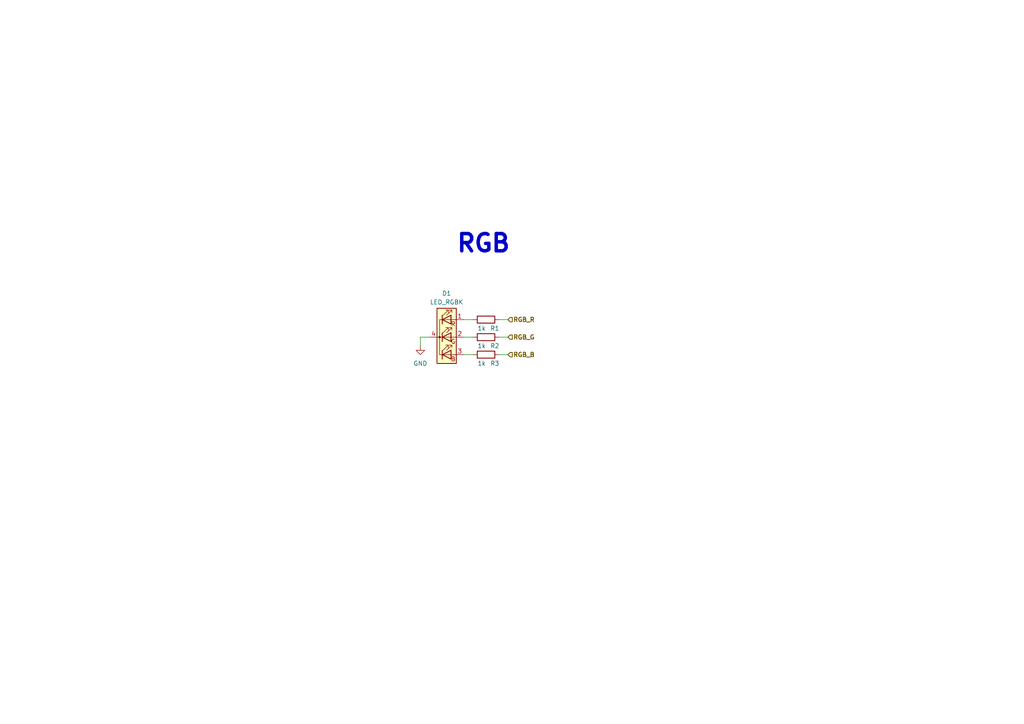
<source format=kicad_sch>
(kicad_sch (version 20230121) (generator eeschema)
  (paper "A4")
  (lib_symbols
    (symbol "Device:LED_RGBK" (pin_names (offset 0) hide)
      (property "Reference" "D" (at 0 9.398 0))
      (property "Value" "LED_RGBK" (at 0 -8.89 0))
      (symbol "LED_RGBK_0_0"
        (text "B" (at 1.905 -6.35 0) (effects (font (size 1.27 1.27))))
        (text "G" (at 1.905 -1.27 0) (effects (font (size 1.27 1.27))))
        (text "R" (at 1.905 3.81 0) (effects (font (size 1.27 1.27))))
      )
      (symbol "LED_RGBK_0_1"
        (circle (center -2.032 0) (radius 0.254) (fill (type outline)))
        (polyline (pts (xy -1.27 -5.08) (xy 1.27 -5.08)))
        (polyline (pts (xy -1.27 -3.81) (xy -1.27 -6.35)) (stroke (width 0.254)))
        (polyline (pts (xy -1.27 0) (xy -2.54 0)))
        (polyline (pts (xy -1.27 1.27) (xy -1.27 -1.27)) (stroke (width 0.254)))
        (polyline (pts (xy -1.27 5.08) (xy 1.27 5.08)))
        (polyline (pts (xy -1.27 6.35) (xy -1.27 3.81)) (stroke (width 0.254)))
        (polyline (pts (xy 1.27 -5.08) (xy 2.54 -5.08)))
        (polyline (pts (xy 1.27 0) (xy -1.27 0)))
        (polyline (pts (xy 1.27 0) (xy 2.54 0)))
        (polyline (pts (xy 1.27 5.08) (xy 2.54 5.08)))
        (polyline (pts (xy -1.27 1.27) (xy -1.27 -1.27) (xy -1.27 -1.27)))
        (polyline (pts (xy -1.27 6.35) (xy -1.27 3.81) (xy -1.27 3.81)))
        (polyline (pts (xy -1.27 5.08) (xy -2.032 5.08) (xy -2.032 -5.08) (xy -1.016 -5.08)))
        (polyline (pts (xy 1.27 -3.81) (xy 1.27 -6.35) (xy -1.27 -5.08) (xy 1.27 -3.81)) (stroke (width 0.254)))
        (polyline (pts (xy 1.27 1.27) (xy 1.27 -1.27) (xy -1.27 0) (xy 1.27 1.27)) (stroke (width 0.254)))
        (polyline (pts (xy 1.27 6.35) (xy 1.27 3.81) (xy -1.27 5.08) (xy 1.27 6.35)) (stroke (width 0.254)))
        (polyline (pts (xy -1.016 -3.81) (xy 0.508 -2.286) (xy -0.254 -2.286) (xy 0.508 -2.286) (xy 0.508 -3.048)))
        (polyline (pts (xy -1.016 1.27) (xy 0.508 2.794) (xy -0.254 2.794) (xy 0.508 2.794) (xy 0.508 2.032)))
        (polyline (pts (xy -1.016 6.35) (xy 0.508 7.874) (xy -0.254 7.874) (xy 0.508 7.874) (xy 0.508 7.112)))
        (polyline (pts (xy 0 -3.81) (xy 1.524 -2.286) (xy 0.762 -2.286) (xy 1.524 -2.286) (xy 1.524 -3.048)))
        (polyline (pts (xy 0 1.27) (xy 1.524 2.794) (xy 0.762 2.794) (xy 1.524 2.794) (xy 1.524 2.032)))
        (polyline (pts (xy 0 6.35) (xy 1.524 7.874) (xy 0.762 7.874) (xy 1.524 7.874) (xy 1.524 7.112)))
        (rectangle (start 1.27 -1.27) (end 1.27 1.27))
        (rectangle (start 1.27 1.27) (end 1.27 1.27))
        (rectangle (start 1.27 3.81) (end 1.27 6.35))
        (rectangle (start 1.27 6.35) (end 1.27 6.35))
        (rectangle (start 2.794 8.382) (end -2.794 -7.62) (stroke (width 0.254)) (fill (type background)))
      )
      (symbol "LED_RGBK_1_1"
        (pin passive line (at 5.08 5.08 180) (length 2.54) (name "RA") (number "1"))
        (pin passive line (at 5.08 0 180) (length 2.54) (name "GA") (number "2"))
        (pin passive line (at 5.08 -5.08 180) (length 2.54) (name "BA") (number "3"))
        (pin passive line (at -5.08 0 0) (length 2.54) (name "K") (number "4"))
      )
    )
    (symbol "Device:R" (pin_numbers hide) (pin_names (offset 0))
      (property "Reference" "R" (at 2.032 0 90))
      (property "Value" "R" (at 0 0 90))
      (symbol "R_0_1"
        (rectangle (start -1.016 -2.54) (end 1.016 2.54) (stroke (width 0.254)))
      )
      (symbol "R_1_1"
        (pin passive line (at 0 3.81 270) (length 1.27) (name "~") (number "1"))
        (pin passive line (at 0 -3.81 90) (length 1.27) (name "~") (number "2"))
      )
    )
    (symbol "power:GND" (power) (pin_names (offset 0))
      (property "Value" "GND" (at 0 -3.81 0))
      (symbol "GND_0_1"
        (polyline (pts (xy 0 0) (xy 0 -1.27) (xy 1.27 -1.27) (xy 0 -2.54) (xy -1.27 -1.27) (xy 0 -1.27)))
      )
      (symbol "GND_1_1"
        (pin power_in line (at 0 0 270) (length 0) hide (name "GND") (number "1"))
      )
    )
  )
  (wire (pts (xy 124.46 97.79) (xy 121.92 97.79)))
  (wire (pts (xy 144.78 97.79) (xy 147.32 97.79)))
  (wire (pts (xy 134.62 92.71) (xy 137.16 92.71)))
  (wire (pts (xy 134.62 102.87) (xy 137.16 102.87)))
  (wire (pts (xy 144.78 102.87) (xy 147.32 102.87)))
  (wire (pts (xy 134.62 97.79) (xy 137.16 97.79)))
  (wire (pts (xy 144.78 92.71) (xy 147.32 92.71)))
  (wire (pts (xy 121.92 97.79) (xy 121.92 100.33)))
  (text "RGB" (at 132.08 73.66 0) (effects (font (size 5 5) bold) (justify left bottom)))
  (hierarchical_label "RGB_G" (shape input) (at 147.32 97.79 0) (effects (font bold)))
  (hierarchical_label "RGB_R" (shape input) (at 147.32 92.71 0) (effects (font bold)))
  (hierarchical_label "RGB_B" (shape input) (at 147.32 102.87 0) (effects (font bold)))
  (symbol (lib_id "Device:R") (at 140.97 97.79 90) (unit 1)
    (property "Reference" "R2" (at 143.51 100.33 90))
    (property "Value" "1k" (at 139.7 100.33 90))
  )
  (symbol (lib_id "Device:R") (at 140.97 92.71 90) (unit 1)
    (property "Reference" "R1" (at 143.51 95.25 90))
    (property "Value" "1k" (at 139.7 95.25 90))
  )
  (symbol (lib_id "Device:R") (at 140.97 102.87 90) (unit 1)
    (property "Reference" "R3" (at 143.51 105.41 90))
    (property "Value" "1k" (at 139.7 105.41 90))
  )
  (symbol (lib_id "power:GND") (at 121.92 100.33 0) (unit 1)
    (property "Reference" "#PWR022" (effects hide))
    (property "Value" "GND" (at 121.92 105.41 0))
  )
  (symbol (lib_id "Device:LED_RGBK") (at 129.54 97.79 0) (unit 1)
    (property "Reference" "D1" (at 129.54 85.09 0))
    (property "Value" "LED_RGBK" (at 129.54 87.63 0))
  )
)
</source>
